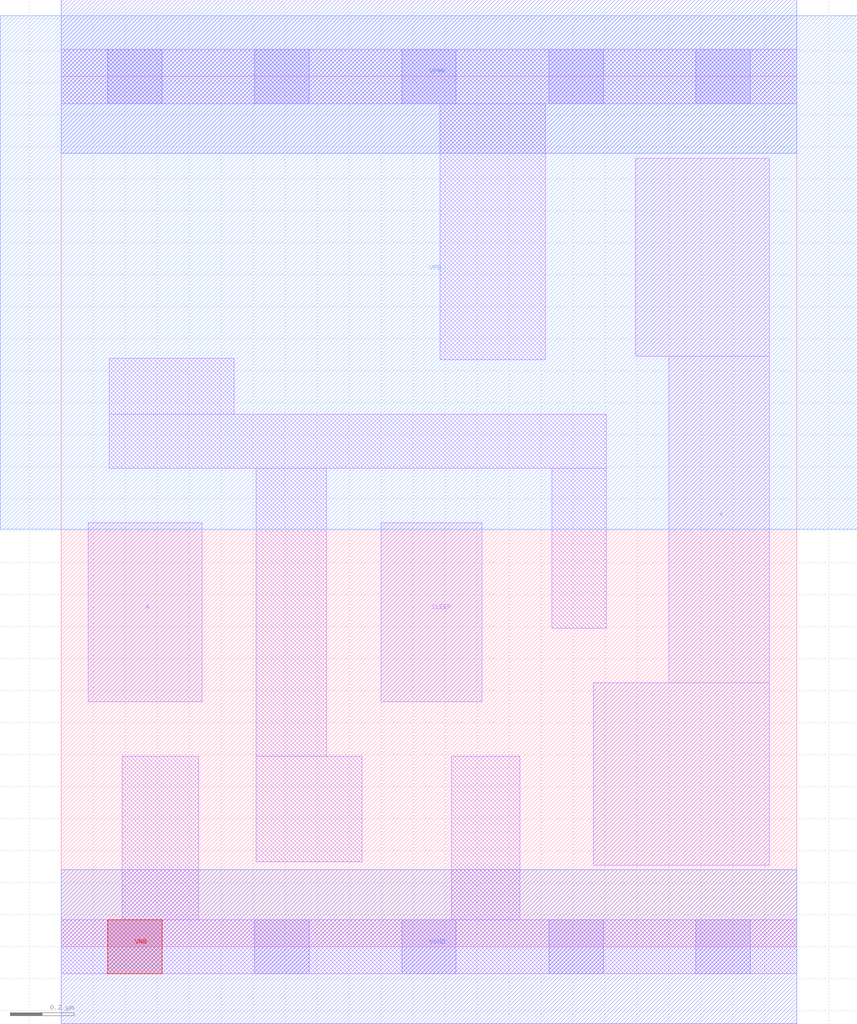
<source format=lef>
# Copyright 2020 The SkyWater PDK Authors
#
# Licensed under the Apache License, Version 2.0 (the "License");
# you may not use this file except in compliance with the License.
# You may obtain a copy of the License at
#
#     https://www.apache.org/licenses/LICENSE-2.0
#
# Unless required by applicable law or agreed to in writing, software
# distributed under the License is distributed on an "AS IS" BASIS,
# WITHOUT WARRANTIES OR CONDITIONS OF ANY KIND, either express or implied.
# See the License for the specific language governing permissions and
# limitations under the License.
#
# SPDX-License-Identifier: Apache-2.0

VERSION 5.7 ;
  NOWIREEXTENSIONATPIN ON ;
  DIVIDERCHAR "/" ;
  BUSBITCHARS "[]" ;
PROPERTYDEFINITIONS
  MACRO maskLayoutSubType STRING ;
  MACRO prCellType STRING ;
  MACRO originalViewName STRING ;
END PROPERTYDEFINITIONS
MACRO sky130_fd_sc_hdll__inputiso1p_1
  CLASS CORE ;
  FOREIGN sky130_fd_sc_hdll__inputiso1p_1 ;
  ORIGIN  0.000000  0.000000 ;
  SIZE  2.300000 BY  2.720000 ;
  SYMMETRY X Y R90 ;
  SITE unithd ;
  PIN A
    ANTENNAGATEAREA  0.138600 ;
    DIRECTION INPUT ;
    USE SIGNAL ;
    PORT
      LAYER li1 ;
        RECT 0.085000 0.765000 0.440000 1.325000 ;
    END
  END A
  PIN SLEEP
    ANTENNAGATEAREA  0.138600 ;
    DIRECTION INPUT ;
    USE SIGNAL ;
    PORT
      LAYER li1 ;
        RECT 1.000000 0.765000 1.315000 1.325000 ;
    END
  END SLEEP
  PIN VNB
    PORT
      LAYER pwell ;
        RECT 0.145000 -0.085000 0.315000 0.085000 ;
    END
  END VNB
  PIN VPB
    PORT
      LAYER nwell ;
        RECT -0.190000 1.305000 2.490000 2.910000 ;
    END
  END VPB
  PIN X
    ANTENNADIFFAREA  0.650500 ;
    DIRECTION OUTPUT ;
    USE SIGNAL ;
    PORT
      LAYER li1 ;
        RECT 1.665000 0.255000 2.215000 0.825000 ;
        RECT 1.795000 1.845000 2.215000 2.465000 ;
        RECT 1.900000 0.825000 2.215000 1.845000 ;
    END
  END X
  PIN VGND
    DIRECTION INOUT ;
    USE GROUND ;
    PORT
      LAYER met1 ;
        RECT 0.000000 -0.240000 2.300000 0.240000 ;
    END
  END VGND
  PIN VPWR
    DIRECTION INOUT ;
    USE POWER ;
    PORT
      LAYER met1 ;
        RECT 0.000000 2.480000 2.300000 2.960000 ;
    END
  END VPWR
  OBS
    LAYER li1 ;
      RECT 0.000000 -0.085000 2.300000 0.085000 ;
      RECT 0.000000  2.635000 2.300000 2.805000 ;
      RECT 0.150000  1.495000 1.705000 1.665000 ;
      RECT 0.150000  1.665000 0.540000 1.840000 ;
      RECT 0.190000  0.085000 0.430000 0.595000 ;
      RECT 0.610000  0.265000 0.940000 0.595000 ;
      RECT 0.610000  0.595000 0.830000 1.495000 ;
      RECT 1.185000  1.835000 1.515000 2.635000 ;
      RECT 1.220000  0.085000 1.435000 0.595000 ;
      RECT 1.535000  0.995000 1.705000 1.495000 ;
    LAYER mcon ;
      RECT 0.145000 -0.085000 0.315000 0.085000 ;
      RECT 0.145000  2.635000 0.315000 2.805000 ;
      RECT 0.605000 -0.085000 0.775000 0.085000 ;
      RECT 0.605000  2.635000 0.775000 2.805000 ;
      RECT 1.065000 -0.085000 1.235000 0.085000 ;
      RECT 1.065000  2.635000 1.235000 2.805000 ;
      RECT 1.525000 -0.085000 1.695000 0.085000 ;
      RECT 1.525000  2.635000 1.695000 2.805000 ;
      RECT 1.985000 -0.085000 2.155000 0.085000 ;
      RECT 1.985000  2.635000 2.155000 2.805000 ;
  END
  PROPERTY maskLayoutSubType "abstract" ;
  PROPERTY prCellType "standard" ;
  PROPERTY originalViewName "layout" ;
END sky130_fd_sc_hdll__inputiso1p_1
END LIBRARY

</source>
